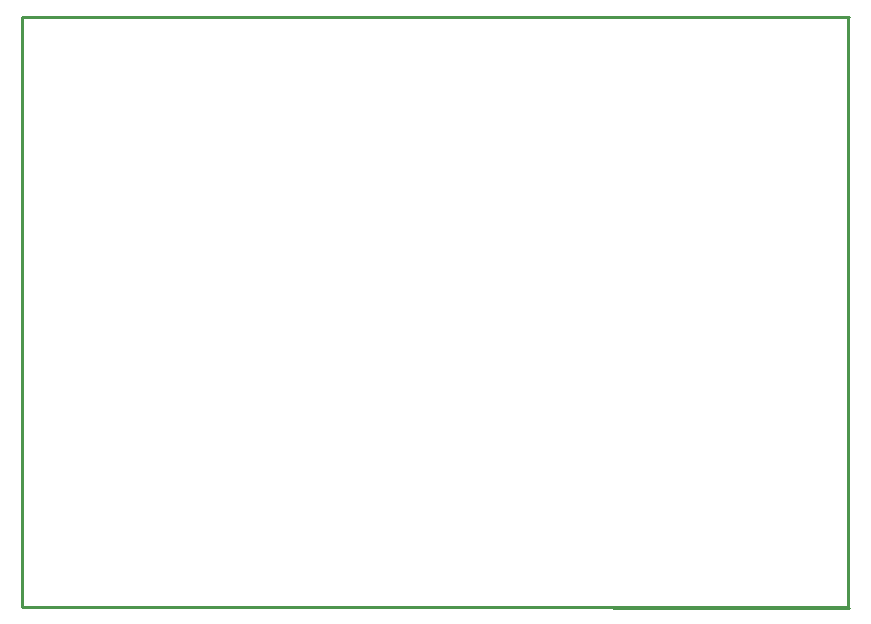
<source format=gm1>
G04*
G04 #@! TF.GenerationSoftware,Altium Limited,Altium Designer,22.0.2 (36)*
G04*
G04 Layer_Color=16711935*
%FSLAX25Y25*%
%MOIN*%
G70*
G04*
G04 #@! TF.SameCoordinates,C8DBB3BB-A4ED-42FA-9C2E-8EE4AE36241F*
G04*
G04*
G04 #@! TF.FilePolarity,Positive*
G04*
G01*
G75*
%ADD10C,0.01000*%
D10*
X-137675Y-98425D02*
X137675D01*
X-137675Y98425D02*
X137675D01*
Y-98425D02*
Y98425D01*
X-137675Y-98425D02*
Y98425D01*
X59325Y-98575D02*
X137825D01*
X59175Y98425D02*
X137825D01*
X-137675Y-98425D02*
X-59026D01*
X-137675Y98425D02*
X-59175D01*
M02*

</source>
